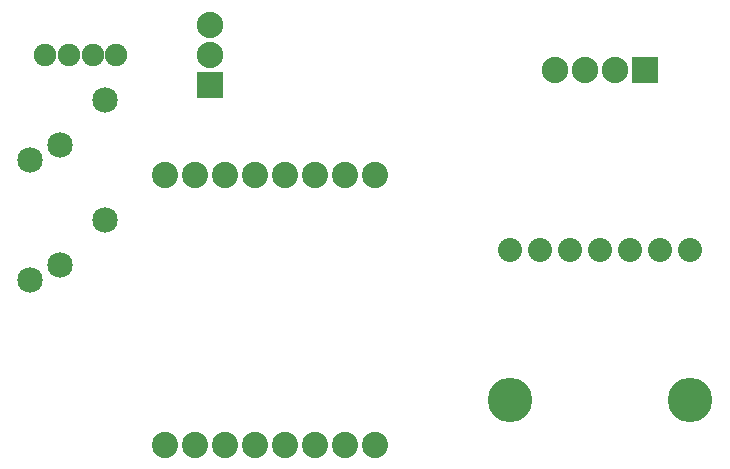
<source format=gts>
G04 MADE WITH FRITZING*
G04 WWW.FRITZING.ORG*
G04 DOUBLE SIDED*
G04 HOLES PLATED*
G04 CONTOUR ON CENTER OF CONTOUR VECTOR*
%ASAXBY*%
%FSLAX23Y23*%
%MOIN*%
%OFA0B0*%
%SFA1.0B1.0*%
%ADD10C,0.087778*%
%ADD11C,0.148425*%
%ADD12C,0.080000*%
%ADD13C,0.088000*%
%ADD14C,0.075000*%
%ADD15C,0.085000*%
%ADD16R,0.088000X0.088000*%
%LNMASK1*%
G90*
G70*
G54D10*
X1255Y1061D03*
X1155Y1061D03*
X1055Y1061D03*
X955Y1061D03*
X855Y1061D03*
X755Y1061D03*
X655Y1061D03*
X555Y1061D03*
X555Y161D03*
X655Y161D03*
X755Y161D03*
X855Y161D03*
X955Y161D03*
X1055Y161D03*
X1155Y161D03*
X1255Y161D03*
G54D11*
X2305Y311D03*
G54D12*
X2305Y811D03*
X2205Y811D03*
X2105Y811D03*
X2005Y811D03*
X1905Y811D03*
X1805Y811D03*
X1705Y811D03*
G54D11*
X1705Y311D03*
G54D13*
X2155Y1411D03*
X2055Y1411D03*
X1955Y1411D03*
X1855Y1411D03*
G54D14*
X155Y1461D03*
X234Y1461D03*
X313Y1461D03*
X392Y1461D03*
G54D15*
X355Y911D03*
X355Y1311D03*
X205Y761D03*
X205Y1161D03*
X105Y1111D03*
X105Y711D03*
G54D13*
X705Y1561D03*
X705Y1461D03*
X705Y1361D03*
G54D16*
X2155Y1411D03*
X705Y1361D03*
G04 End of Mask1*
M02*
</source>
